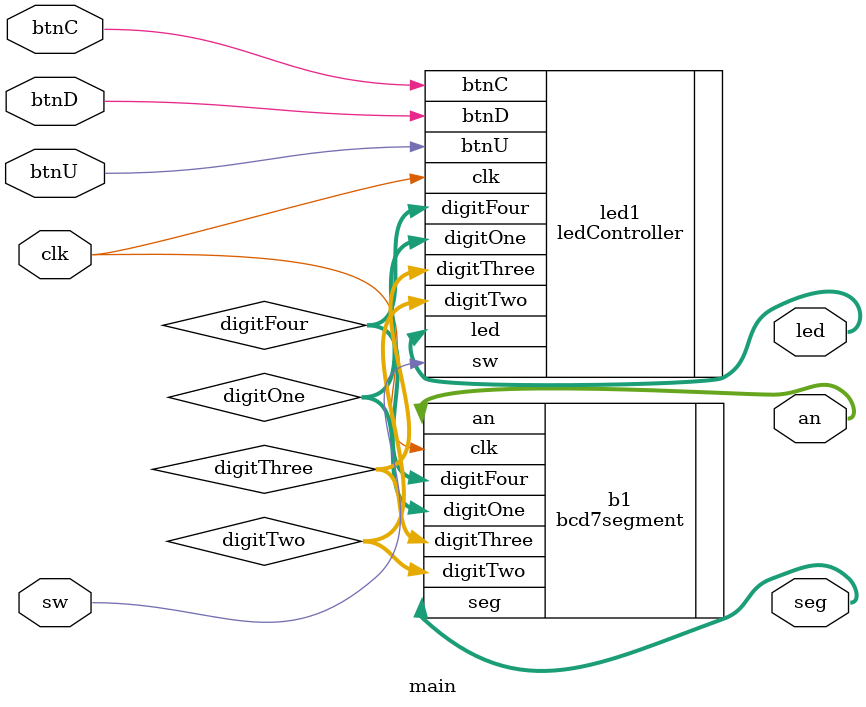
<source format=v>
`timescale 1ns / 1ps


module main 
  ( input clk,
    input btnC,
    input btnU,
    input btnD,
    input sw,
    output [15:0] led,
    output [6:0] seg,
    output [3:0] an
    );
    
    wire [3:0] digitOne, 
               digitTwo, 
               digitThree, 
               digitFour;
    
    // Instantiate the display driver
    bcd7segment b1(  .clk(clk), 
                     .digitOne(digitOne),
                     .digitTwo(digitTwo), 
                     .digitThree(digitThree), 
                     .digitFour(digitFour),
                     .seg(seg),
                     .an(an) ); 
    
    // Instantiate the LED clock logic and controller
    ledController led1( .clk(clk), 
                        .btnC(btnC),    
                        .btnU(btnU), 
                        .btnD(btnD),
                        .sw(sw),
                        .led(led), 
                        .digitOne(digitOne), 
                        .digitTwo(digitTwo), 
                        .digitThree(digitThree), 
                        .digitFour(digitFour) );
                        
   
endmodule

</source>
